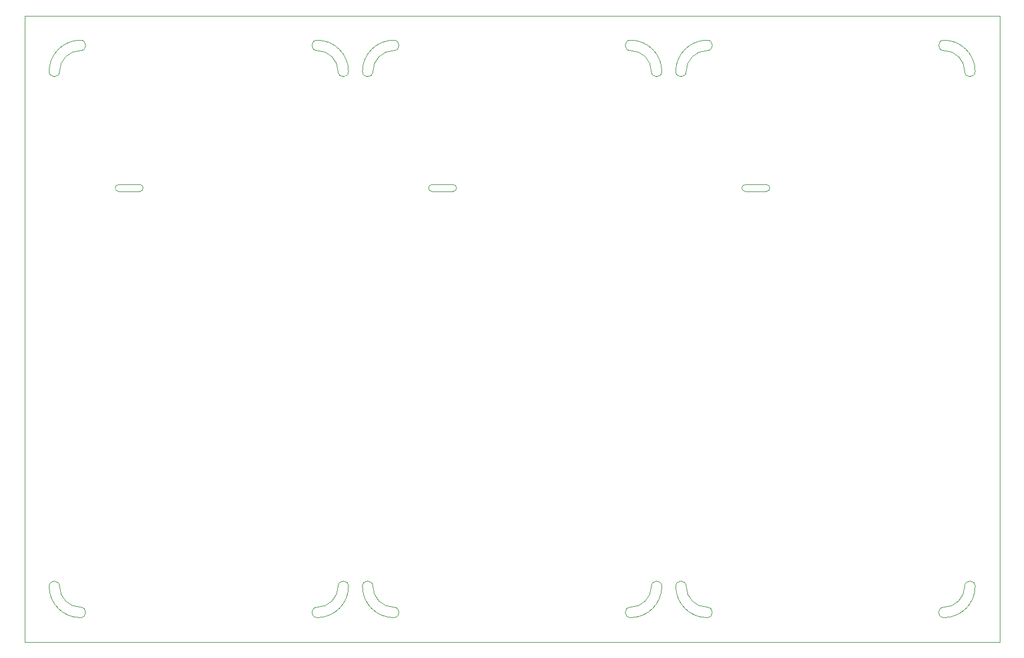
<source format=gm1>
%TF.GenerationSoftware,KiCad,Pcbnew,(5.1.10)-1*%
%TF.CreationDate,2021-10-19T11:57:26+02:00*%
%TF.ProjectId,EspOptoProg Panel,4573704f-7074-46f5-9072-6f672050616e,rev?*%
%TF.SameCoordinates,PXffb3b4c0PY4c4b40*%
%TF.FileFunction,Profile,NP*%
%FSLAX46Y46*%
G04 Gerber Fmt 4.6, Leading zero omitted, Abs format (unit mm)*
G04 Created by KiCad (PCBNEW (5.1.10)-1) date 2021-10-19 11:57:26*
%MOMM*%
%LPD*%
G01*
G04 APERTURE LIST*
%TA.AperFunction,Profile*%
%ADD10C,0.100000*%
%TD*%
G04 APERTURE END LIST*
D10*
X140000000Y90000000D02*
X140000000Y0D01*
X0Y90000000D02*
X140000000Y90000000D01*
X0Y0D02*
X0Y90000000D01*
X0Y0D02*
X140000000Y0D01*
X3500000Y82000000D02*
G75*
G02*
X8000000Y86500000I4500000J0D01*
G01*
X5000000Y82000000D02*
G75*
G02*
X3500000Y82000000I-750000J0D01*
G01*
X8000000Y86500000D02*
G75*
G02*
X8000000Y85000000I0J-750000D01*
G01*
X42000000Y86500000D02*
G75*
G02*
X46500000Y82000000I0J-4500000D01*
G01*
X42000000Y85000000D02*
G75*
G02*
X42000000Y86500000I0J750000D01*
G01*
X46500000Y82000000D02*
G75*
G02*
X45000000Y82000000I-750000J0D01*
G01*
X8000000Y3500000D02*
G75*
G02*
X3500000Y8000000I0J4500000D01*
G01*
X3500000Y8000000D02*
G75*
G02*
X5000000Y8000000I750000J0D01*
G01*
X8000000Y5000000D02*
G75*
G02*
X8000000Y3500000I0J-750000D01*
G01*
X46500000Y8000000D02*
G75*
G02*
X42000000Y3500000I-4500000J0D01*
G01*
X42000000Y3500000D02*
G75*
G02*
X42000000Y5000000I0J750000D01*
G01*
X45000000Y8000000D02*
G75*
G02*
X46500000Y8000000I750000J0D01*
G01*
X45000000Y8000000D02*
G75*
G02*
X42000000Y5000000I-3000000J0D01*
G01*
X8000000Y5000000D02*
G75*
G02*
X5000000Y8000000I0J3000000D01*
G01*
X5000000Y82000000D02*
G75*
G02*
X8000000Y85000000I3000000J0D01*
G01*
X42000000Y85000000D02*
G75*
G02*
X45000000Y82000000I0J-3000000D01*
G01*
X16500000Y65750000D02*
G75*
G02*
X16500000Y64750000I0J-500000D01*
G01*
X13500000Y64750000D02*
G75*
G02*
X13500000Y65750000I0J500000D01*
G01*
X16500000Y64750000D02*
X13500000Y64750000D01*
X13500000Y65750000D02*
X16500000Y65750000D01*
X48500000Y82000000D02*
G75*
G02*
X53000000Y86500000I4500000J0D01*
G01*
X50000000Y82000000D02*
G75*
G02*
X48500000Y82000000I-750000J0D01*
G01*
X53000000Y86500000D02*
G75*
G02*
X53000000Y85000000I0J-750000D01*
G01*
X87000000Y86500000D02*
G75*
G02*
X91500000Y82000000I0J-4500000D01*
G01*
X87000000Y85000000D02*
G75*
G02*
X87000000Y86500000I0J750000D01*
G01*
X91500000Y82000000D02*
G75*
G02*
X90000000Y82000000I-750000J0D01*
G01*
X53000000Y3500000D02*
G75*
G02*
X48500000Y8000000I0J4500000D01*
G01*
X48500000Y8000000D02*
G75*
G02*
X50000000Y8000000I750000J0D01*
G01*
X53000000Y5000000D02*
G75*
G02*
X53000000Y3500000I0J-750000D01*
G01*
X91500000Y8000000D02*
G75*
G02*
X87000000Y3500000I-4500000J0D01*
G01*
X87000000Y3500000D02*
G75*
G02*
X87000000Y5000000I0J750000D01*
G01*
X90000000Y8000000D02*
G75*
G02*
X91500000Y8000000I750000J0D01*
G01*
X90000000Y8000000D02*
G75*
G02*
X87000000Y5000000I-3000000J0D01*
G01*
X53000000Y5000000D02*
G75*
G02*
X50000000Y8000000I0J3000000D01*
G01*
X50000000Y82000000D02*
G75*
G02*
X53000000Y85000000I3000000J0D01*
G01*
X87000000Y85000000D02*
G75*
G02*
X90000000Y82000000I0J-3000000D01*
G01*
X61500000Y65750000D02*
G75*
G02*
X61500000Y64750000I0J-500000D01*
G01*
X58500000Y64750000D02*
G75*
G02*
X58500000Y65750000I0J500000D01*
G01*
X61500000Y64750000D02*
X58500000Y64750000D01*
X58500000Y65750000D02*
X61500000Y65750000D01*
X93500000Y82000000D02*
G75*
G02*
X98000000Y86500000I4500000J0D01*
G01*
X95000000Y82000000D02*
G75*
G02*
X93500000Y82000000I-750000J0D01*
G01*
X98000000Y86500000D02*
G75*
G02*
X98000000Y85000000I0J-750000D01*
G01*
X132000000Y86500000D02*
G75*
G02*
X136500000Y82000000I0J-4500000D01*
G01*
X132000000Y85000000D02*
G75*
G02*
X132000000Y86500000I0J750000D01*
G01*
X136500000Y82000000D02*
G75*
G02*
X135000000Y82000000I-750000J0D01*
G01*
X98000000Y3500000D02*
G75*
G02*
X93500000Y8000000I0J4500000D01*
G01*
X93500000Y8000000D02*
G75*
G02*
X95000000Y8000000I750000J0D01*
G01*
X98000000Y5000000D02*
G75*
G02*
X98000000Y3500000I0J-750000D01*
G01*
X136500000Y8000000D02*
G75*
G02*
X132000000Y3500000I-4500000J0D01*
G01*
X132000000Y3500000D02*
G75*
G02*
X132000000Y5000000I0J750000D01*
G01*
X135000000Y8000000D02*
G75*
G02*
X136500000Y8000000I750000J0D01*
G01*
X135000000Y8000000D02*
G75*
G02*
X132000000Y5000000I-3000000J0D01*
G01*
X98000000Y5000000D02*
G75*
G02*
X95000000Y8000000I0J3000000D01*
G01*
X95000000Y82000000D02*
G75*
G02*
X98000000Y85000000I3000000J0D01*
G01*
X132000000Y85000000D02*
G75*
G02*
X135000000Y82000000I0J-3000000D01*
G01*
X106500000Y65750000D02*
G75*
G02*
X106500000Y64750000I0J-500000D01*
G01*
X103500000Y64750000D02*
G75*
G02*
X103500000Y65750000I0J500000D01*
G01*
X106500000Y64750000D02*
X103500000Y64750000D01*
X103500000Y65750000D02*
X106500000Y65750000D01*
M02*

</source>
